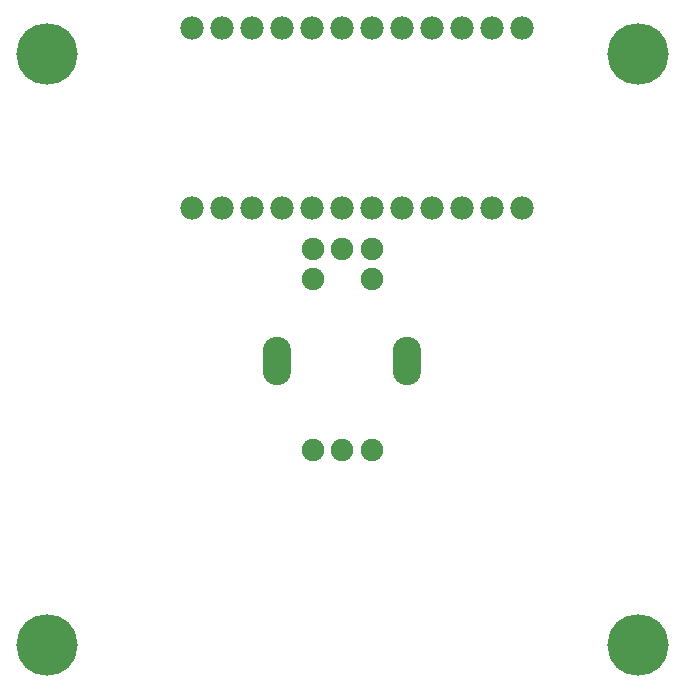
<source format=gbs>
G04 Layer: BottomSolderMaskLayer*
G04 EasyEDA v6.5.44, 2024-08-12 22:27:17*
G04 a969c8272e934fc59d291ef219c4aee1,8459dde1cedc4d0a992e2e80de75b1a7,10*
G04 Gerber Generator version 0.2*
G04 Scale: 100 percent, Rotated: No, Reflected: No *
G04 Dimensions in millimeters *
G04 leading zeros omitted , absolute positions ,4 integer and 5 decimal *
%FSLAX45Y45*%
%MOMM*%

%ADD10C,5.2032*%
%ADD11C,1.9812*%
%ADD12C,1.9016*%
%ADD13O,2.4015954X4.101592*%

%LPD*%
D10*
G01*
X499998Y-499998D03*
G01*
X5499988Y-499998D03*
G01*
X499998Y-5499988D03*
G01*
X5499988Y-5499988D03*
D11*
G01*
X4523993Y-1803400D03*
G01*
X4269993Y-1803400D03*
G01*
X4015993Y-1803400D03*
G01*
X3761993Y-1803400D03*
G01*
X3507993Y-1803400D03*
G01*
X3253993Y-1803400D03*
G01*
X2999993Y-1803400D03*
G01*
X2745993Y-1803400D03*
G01*
X2491993Y-1803400D03*
G01*
X2237993Y-1803400D03*
G01*
X1983993Y-1803400D03*
G01*
X1729994Y-1803400D03*
G01*
X1729994Y-279400D03*
G01*
X1983993Y-279400D03*
G01*
X2237993Y-279400D03*
G01*
X2491993Y-279400D03*
G01*
X2745993Y-279400D03*
G01*
X2999993Y-279400D03*
G01*
X3253993Y-279400D03*
G01*
X3507993Y-279400D03*
G01*
X3761993Y-279400D03*
G01*
X4015993Y-279400D03*
G01*
X4269993Y-279400D03*
G01*
X4523993Y-279400D03*
D12*
G01*
X2750007Y-3850004D03*
G01*
X2999993Y-3850004D03*
G01*
X3250006Y-3850004D03*
G01*
X2750007Y-2399995D03*
G01*
X3250006Y-2399995D03*
D13*
G01*
X3550005Y-3099993D03*
G01*
X2450007Y-3099993D03*
D12*
G01*
X2750007Y-2150008D03*
G01*
X3000019Y-2150008D03*
G01*
X3250006Y-2150008D03*
M02*

</source>
